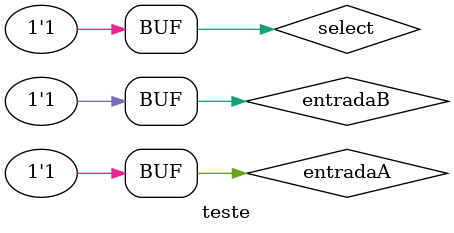
<source format=v>

module AND(output s, input a, input b);
	and A1(s,a,b);
endmodule

module OR(output s, input a, input b);
	or O1(s,a,b);
endmodule

module NAND(output s, input a, input b);
	nand A1(s,a,b);
endmodule

module NOR(output s, input a, input b);
	nor O1(s,a,b);
endmodule

module LU(output[1:0] s, input a, input b, input select);
	wire and1;
	wire or1;
	wire nand1;
	wire nor1;
	AND A1(and1,a,b);
	OR O1(or1,a,b);
	NAND NA1(nand1,a,b);
	NOR NO1(nor1,a,b);
	assign s = (select==0) ? {and1,or1} : {nand1,nor1};
endmodule

module teste;
	wire[1:0] saida;
	reg entradaA,entradaB;
	reg select;
	LU L1(saida,entradaA,entradaB,select);
	initial begin
		$display("\nWadson Ferreira - 460631\n0=AND_OR 1=NAND_NOR");
		#1 entradaA=1'b0; entradaB=1'b0; select=1'b0;
		   $monitor("%b (%b) %b = %b_%b",entradaA,select,entradaB,saida[1],saida[0]);
		#1 entradaA=4'b0; entradaB=4'b1; select=1'b0;
		#1 entradaA=4'b1; entradaB=4'b0; select=1'b0;
		#1 entradaA=4'b1; entradaB=4'b1; select=1'b0;
		#1 entradaA=4'b0; entradaB=4'b0; select=1'b1;
		#1 entradaA=4'b0; entradaB=4'b1; select=1'b1;
		#1 entradaA=4'b1; entradaB=4'b0; select=1'b1;
		#1 entradaA=4'b1; entradaB=4'b1; select=1'b1;
	end
endmodule

		

</source>
